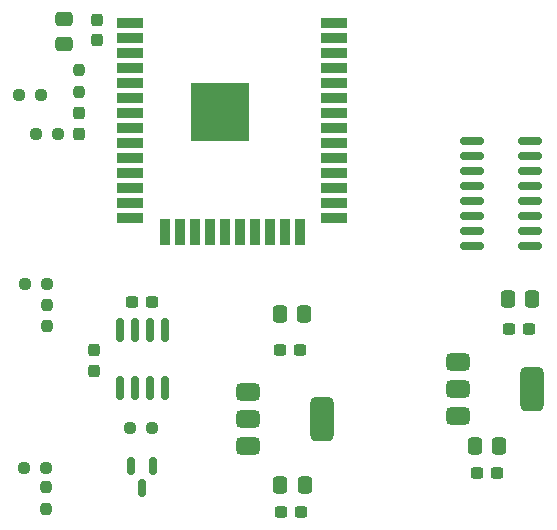
<source format=gbr>
%TF.GenerationSoftware,KiCad,Pcbnew,8.0.8*%
%TF.CreationDate,2025-02-09T20:42:27+01:00*%
%TF.ProjectId,railblock,7261696c-626c-46f6-936b-2e6b69636164,rev?*%
%TF.SameCoordinates,Original*%
%TF.FileFunction,Paste,Top*%
%TF.FilePolarity,Positive*%
%FSLAX46Y46*%
G04 Gerber Fmt 4.6, Leading zero omitted, Abs format (unit mm)*
G04 Created by KiCad (PCBNEW 8.0.8) date 2025-02-09 20:42:27*
%MOMM*%
%LPD*%
G01*
G04 APERTURE LIST*
G04 Aperture macros list*
%AMRoundRect*
0 Rectangle with rounded corners*
0 $1 Rounding radius*
0 $2 $3 $4 $5 $6 $7 $8 $9 X,Y pos of 4 corners*
0 Add a 4 corners polygon primitive as box body*
4,1,4,$2,$3,$4,$5,$6,$7,$8,$9,$2,$3,0*
0 Add four circle primitives for the rounded corners*
1,1,$1+$1,$2,$3*
1,1,$1+$1,$4,$5*
1,1,$1+$1,$6,$7*
1,1,$1+$1,$8,$9*
0 Add four rect primitives between the rounded corners*
20,1,$1+$1,$2,$3,$4,$5,0*
20,1,$1+$1,$4,$5,$6,$7,0*
20,1,$1+$1,$6,$7,$8,$9,0*
20,1,$1+$1,$8,$9,$2,$3,0*%
G04 Aperture macros list end*
%ADD10RoundRect,0.375000X-0.625000X-0.375000X0.625000X-0.375000X0.625000X0.375000X-0.625000X0.375000X0*%
%ADD11RoundRect,0.500000X-0.500000X-1.400000X0.500000X-1.400000X0.500000X1.400000X-0.500000X1.400000X0*%
%ADD12RoundRect,0.150000X-0.825000X-0.150000X0.825000X-0.150000X0.825000X0.150000X-0.825000X0.150000X0*%
%ADD13R,5.000000X5.000000*%
%ADD14R,2.300000X0.900000*%
%ADD15R,0.900000X2.300000*%
%ADD16RoundRect,0.150000X-0.150000X0.825000X-0.150000X-0.825000X0.150000X-0.825000X0.150000X0.825000X0*%
%ADD17RoundRect,0.150000X-0.150000X0.587500X-0.150000X-0.587500X0.150000X-0.587500X0.150000X0.587500X0*%
%ADD18RoundRect,0.237500X0.250000X0.237500X-0.250000X0.237500X-0.250000X-0.237500X0.250000X-0.237500X0*%
%ADD19RoundRect,0.237500X0.237500X-0.250000X0.237500X0.250000X-0.237500X0.250000X-0.237500X-0.250000X0*%
%ADD20RoundRect,0.237500X-0.300000X-0.237500X0.300000X-0.237500X0.300000X0.237500X-0.300000X0.237500X0*%
%ADD21RoundRect,0.250000X-0.337500X-0.475000X0.337500X-0.475000X0.337500X0.475000X-0.337500X0.475000X0*%
%ADD22RoundRect,0.237500X0.237500X-0.300000X0.237500X0.300000X-0.237500X0.300000X-0.237500X-0.300000X0*%
%ADD23RoundRect,0.250000X0.475000X-0.337500X0.475000X0.337500X-0.475000X0.337500X-0.475000X-0.337500X0*%
%ADD24RoundRect,0.237500X-0.237500X0.300000X-0.237500X-0.300000X0.237500X-0.300000X0.237500X0.300000X0*%
G04 APERTURE END LIST*
D10*
%TO.C,U6*%
X141020000Y-81520000D03*
X141020000Y-83820000D03*
D11*
X147320000Y-83820000D03*
D10*
X141020000Y-86120000D03*
%TD*%
%TO.C,U5*%
X158800000Y-78980000D03*
X158800000Y-81280000D03*
D11*
X165100000Y-81280000D03*
D10*
X158800000Y-83580000D03*
%TD*%
D12*
%TO.C,U4*%
X160020000Y-60295000D03*
X160020000Y-61565000D03*
X160020000Y-62835000D03*
X160020000Y-64105000D03*
X160020000Y-65375000D03*
X160020000Y-66645000D03*
X160020000Y-67915000D03*
X160020000Y-69185000D03*
X164970000Y-69185000D03*
X164970000Y-67915000D03*
X164970000Y-66645000D03*
X164970000Y-65375000D03*
X164970000Y-64105000D03*
X164970000Y-62835000D03*
X164970000Y-61565000D03*
X164970000Y-60295000D03*
%TD*%
D13*
%TO.C,U3*%
X138700000Y-57820000D03*
D14*
X148350000Y-50320000D03*
X148350000Y-51590000D03*
X148350000Y-52860000D03*
X148350000Y-54130000D03*
X148350000Y-55400000D03*
X148350000Y-56670000D03*
X148350000Y-57940000D03*
X148350000Y-59210000D03*
X148350000Y-60480000D03*
X148350000Y-61750000D03*
X148350000Y-63020000D03*
X148350000Y-64290000D03*
X148350000Y-65560000D03*
X148350000Y-66830000D03*
D15*
X145415000Y-67980000D03*
X144145000Y-67980000D03*
X142875000Y-67980000D03*
X141605000Y-67980000D03*
X140335000Y-67980000D03*
X139065000Y-67980000D03*
X137795000Y-67980000D03*
X136525000Y-67980000D03*
X135255000Y-67980000D03*
X133985000Y-67980000D03*
D14*
X131050000Y-66830000D03*
X131050000Y-65560000D03*
X131050000Y-64290000D03*
X131050000Y-63020000D03*
X131050000Y-61750000D03*
X131050000Y-60480000D03*
X131050000Y-59210000D03*
X131050000Y-57940000D03*
X131050000Y-56670000D03*
X131050000Y-55400000D03*
X131050000Y-54130000D03*
X131050000Y-52860000D03*
X131050000Y-51590000D03*
X131050000Y-50320000D03*
%TD*%
D16*
%TO.C,U2*%
X133985000Y-76265000D03*
X132715000Y-76265000D03*
X131445000Y-76265000D03*
X130175000Y-76265000D03*
X130175000Y-81215000D03*
X131445000Y-81215000D03*
X132715000Y-81215000D03*
X133985000Y-81215000D03*
%TD*%
D17*
%TO.C,U1*%
X133030000Y-87787000D03*
X131130000Y-87787000D03*
X132080000Y-89662000D03*
%TD*%
D18*
%TO.C,R27*%
X132912500Y-84582000D03*
X131087500Y-84582000D03*
%TD*%
%TO.C,R7*%
X123952000Y-88000000D03*
X122127000Y-88000000D03*
%TD*%
D19*
%TO.C,R6*%
X123952000Y-91452500D03*
X123952000Y-89627500D03*
%TD*%
D18*
%TO.C,R5*%
X124000000Y-72397000D03*
X122175000Y-72397000D03*
%TD*%
D19*
%TO.C,R4*%
X126746000Y-56134000D03*
X126746000Y-54309000D03*
%TD*%
%TO.C,R3*%
X124000000Y-76000000D03*
X124000000Y-74175000D03*
%TD*%
D18*
%TO.C,R2*%
X124968000Y-59690000D03*
X123143000Y-59690000D03*
%TD*%
%TO.C,R1*%
X123491000Y-56397000D03*
X121666000Y-56397000D03*
%TD*%
D20*
%TO.C,C15*%
X143817000Y-91694000D03*
X145542000Y-91694000D03*
%TD*%
D21*
%TO.C,C14*%
X143764000Y-89408000D03*
X145839000Y-89408000D03*
%TD*%
%TO.C,C13*%
X163025000Y-73660000D03*
X165100000Y-73660000D03*
%TD*%
D20*
%TO.C,C12*%
X163121000Y-76200000D03*
X164846000Y-76200000D03*
%TD*%
%TO.C,C10*%
X160427500Y-88392000D03*
X162152500Y-88392000D03*
%TD*%
%TO.C,C9*%
X131217500Y-73914000D03*
X132942500Y-73914000D03*
%TD*%
D22*
%TO.C,C8*%
X128016000Y-79756000D03*
X128016000Y-78031000D03*
%TD*%
D21*
%TO.C,C7*%
X160252500Y-86106000D03*
X162327500Y-86106000D03*
%TD*%
%TO.C,C6*%
X143742500Y-74930000D03*
X145817500Y-74930000D03*
%TD*%
D20*
%TO.C,C4*%
X143764000Y-77978000D03*
X145489000Y-77978000D03*
%TD*%
D23*
%TO.C,C3*%
X125476000Y-52070000D03*
X125476000Y-49995000D03*
%TD*%
D24*
%TO.C,C2*%
X126746000Y-57965000D03*
X126746000Y-59690000D03*
%TD*%
D22*
%TO.C,C1*%
X128270000Y-51763000D03*
X128270000Y-50038000D03*
%TD*%
M02*

</source>
